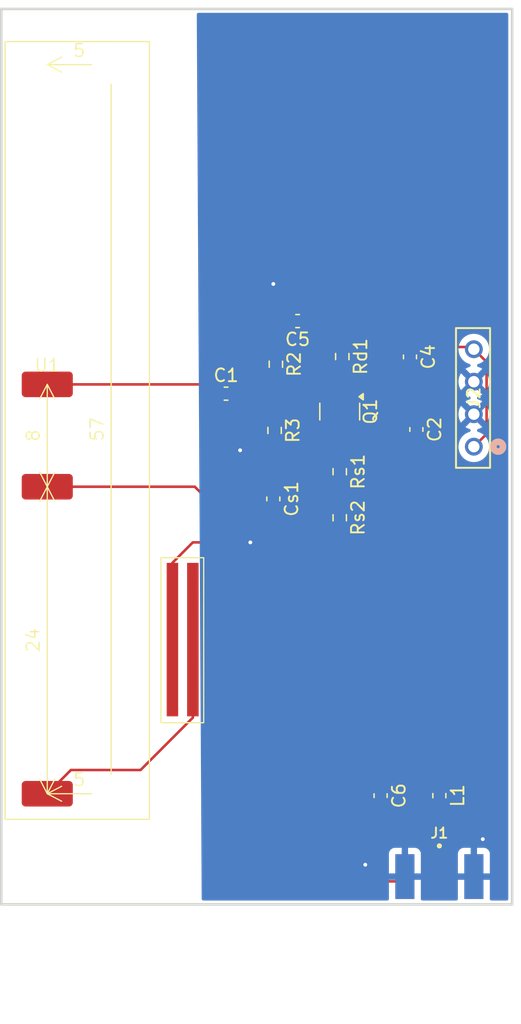
<source format=kicad_pcb>
(kicad_pcb (version 20241229) (generator "pcbnew") (generator_version "9.0")
  (layers (0 "F.Cu" signal) (2 "B.Cu" signal) (13 "F.Paste" user) (15 "B.Paste" user) (5 "F.SilkS" user "F.Silkscreen") (7 "B.SilkS" user "B.Silkscreen") (1 "F.Mask" user) (3 "B.Mask" user) (25 "Edge.Cuts" user))
  (net 0 "")
  (net 1 "/LNA/Sigin")
  (net 2 "Net-(Q1-S)")
  (net 3 "/LNA/Sigout")
  (net 4 "/LNA_in")
  (net 5 "Net-(Cs1-Pad1)")
  (net 6 "GND")
  (net 7 "+5V")
  (net 8 "Net-(U1-Tune)")
  (net 9 "/ant_to_main")
  (net 10 "Net-(C2-Pad2)")
  (footprint "Capacitor_SMD:C_0603_1608Metric" (layer "F.Cu") (at 107.5 83.3 -90)
    (property "Reference" "C4" (at 0 -1.43 90) (layer "F.SilkS"))
    (property "Value" "10u")
    (fp_line (start -0.14058 0.51) (end 0.14058 0.51) (stroke (width 0.12)) (layer "F.SilkS"))
    (fp_line (start -0.14058 -0.51) (end 0.14058 -0.51) (stroke (width 0.12)) (layer "F.SilkS"))
    (pad "1" smd roundrect (at -0.775 0 270) (size 0.9 0.95) (layers "F.Cu" "F.Mask" "F.Paste") (net 7 "+5V"))
    (pad "2" smd roundrect (at 0.775 0 270) (size 0.9 0.95) (layers "F.Cu" "F.Mask" "F.Paste") (net 6 "GND"))
  )
  (footprint "Resistor_SMD:R_0603_1608Metric" (layer "F.Cu") (at 102.2 83.275 -90)
    (property "Reference" "Rd1" (at 0 -1.43 270) (layer "F.SilkS"))
    (property "Value" "499")
    (fp_line (start -0.237258 0.5225) (end 0.237258 0.5225) (stroke (width 0.12)) (layer "F.SilkS"))
    (fp_line (start -0.237258 -0.5225) (end 0.237258 -0.5225) (stroke (width 0.12)) (layer "F.SilkS"))
    (pad "1" smd roundrect (at -0.825 0 270) (size 0.8 0.95) (layers "F.Cu" "F.Mask" "F.Paste") (net 7 "+5V"))
    (pad "2" smd roundrect (at 0.825 0 270) (size 0.8 0.95) (layers "F.Cu" "F.Mask" "F.Paste") (net 3 "/LNA/Sigout"))
  )
  (footprint "Package_TO_SOT_SMD:SOT-23" (layer "F.Cu") (at 102 87.575 -90)
    (property "Reference" "Q1" (at 0 -2.4 90) (layer "F.SilkS"))
    (property "Value" "2SK3557")
    (fp_line (start 0 1.56) (end -0.65 1.56) (stroke (width 0.12)) (layer "F.SilkS"))
    (fp_line (start 0 1.56) (end 0.65 1.56) (stroke (width 0.12)) (layer "F.SilkS"))
    (fp_line (start 0 -1.56) (end -0.65 -1.56) (stroke (width 0.12)) (layer "F.SilkS"))
    (fp_line (start 0 -1.56) (end 0.65 -1.56) (stroke (width 0.12)) (layer "F.SilkS"))
    (fp_poly (pts (xy -1.1625 -1.51) (xy -1.4025 -1.84) (xy -0.9225 -1.84)) (stroke (width 0.12)) (fill yes) (layer "F.SilkS"))
    (pad "1" smd roundrect (at -0.9375 -0.95 270) (size 1.475 0.6) (layers "F.Cu" "F.Mask" "F.Paste") (net 3 "/LNA/Sigout"))
    (pad "2" smd roundrect (at -0.9375 0.95 270) (size 1.475 0.6) (layers "F.Cu" "F.Mask" "F.Paste") (net 1 "/LNA/Sigin"))
    (pad "3" smd roundrect (at 0.9375 0 270) (size 1.475 0.6) (layers "F.Cu" "F.Mask" "F.Paste") (net 2 "Net-(Q1-S)"))
  )
  (footprint "Capacitor_SMD:C_0603_1608Metric" (layer "F.Cu") (at 98.7 80.5 180)
    (property "Reference" "C5" (at 0 -1.43 0) (layer "F.SilkS"))
    (property "Value" "100n")
    (fp_line (start -0.14058 0.51) (end 0.14058 0.51) (stroke (width 0.12)) (layer "F.SilkS"))
    (fp_line (start -0.14058 -0.51) (end 0.14058 -0.51) (stroke (width 0.12)) (layer "F.SilkS"))
    (pad "1" smd roundrect (at -0.775 0 180) (size 0.9 0.95) (layers "F.Cu" "F.Mask" "F.Paste") (net 7 "+5V"))
    (pad "2" smd roundrect (at 0.775 0 180) (size 0.9 0.95) (layers "F.Cu" "F.Mask" "F.Paste") (net 6 "GND"))
  )
  (footprint "SMA_fp:RFSOLUTIONS_CON-SMA-EDGE-S" (layer "F.Cu") (at 109.8 123.9275 90)
    (property "Reference" "J1" (at 3.4 0 180) (layer "F.SilkS") (effects (font (size 0.8 0.8))))
    (property "Value" "CON-SMA-EDGE-S" (hide yes))
    (fp_circle (center 2.4 0) (end 2.5 0) (stroke (width 0.2)) (fill no) (layer "F.SilkS"))
    (pad "1" smd rect (at 0 0 90) (size 3.5 1.5) (layers "F.Cu" "F.Mask" "F.Paste") (net 9 "/ant_to_main"))
    (pad "G1" smd rect (at 0 -2.7 90) (size 3.5 1.5) (layers "F.Cu" "F.Mask" "F.Paste") (net 6 "GND"))
    (pad "G2" smd rect (at 0 2.7 90) (size 3.5 1.5) (layers "F.Cu" "F.Mask" "F.Paste") (net 6 "GND"))
    (pad "G3" smd rect (at 0 -2.7 90) (size 3.5 1.5) (layers "B.Cu" "B.Mask" "B.Paste") (net 6 "GND"))
    (pad "G4" smd rect (at 0 2.7 90) (size 3.5 1.5) (layers "B.Cu" "B.Mask" "B.Paste") (net 6 "GND"))
  )
  (footprint "Resistor_SMD:R_0603_1608Metric" (layer "F.Cu") (at 97 83.875 -90)
    (property "Reference" "R2" (at 0 -1.43 270) (layer "F.SilkS"))
    (property "Value" "8.87k")
    (fp_line (start -0.237258 0.5225) (end 0.237258 0.5225) (stroke (width 0.12)) (layer "F.SilkS"))
    (fp_line (start -0.237258 -0.5225) (end 0.237258 -0.5225) (stroke (width 0.12)) (layer "F.SilkS"))
    (pad "1" smd roundrect (at -0.825 0 270) (size 0.8 0.95) (layers "F.Cu" "F.Mask" "F.Paste") (net 7 "+5V"))
    (pad "2" smd roundrect (at 0.825 0 270) (size 0.8 0.95) (layers "F.Cu" "F.Mask" "F.Paste") (net 1 "/LNA/Sigin"))
  )
  (footprint "Inductor_SMD:L_0603_1608Metric" (layer "F.Cu") (at 109.8 117.6 -90)
    (property "Reference" "L1" (at 0 -1.43 90) (layer "F.SilkS"))
    (property "Value" "33 u")
    (fp_line (start -0.162779 0.51) (end 0.162779 0.51) (stroke (width 0.12)) (layer "F.SilkS"))
    (fp_line (start -0.162779 -0.51) (end 0.162779 -0.51) (stroke (width 0.12)) (layer "F.SilkS"))
    (pad "1" smd roundrect (at -0.7875 0 270) (size 0.875 0.95) (layers "F.Cu" "F.Mask" "F.Paste") (net 10 "Net-(C2-Pad2)"))
    (pad "2" smd roundrect (at 0.7875 0 270) (size 0.875 0.95) (layers "F.Cu" "F.Mask" "F.Paste") (net 9 "/ant_to_main"))
  )
  (footprint "Capacitor_SMD:C_0603_1608Metric" (layer "F.Cu") (at 96.8 94.4 -90)
    (property "Reference" "Cs1" (at 0 -1.43 270) (layer "F.SilkS"))
    (property "Value" "100n")
    (fp_line (start -0.14058 0.51) (end 0.14058 0.51) (stroke (width 0.12)) (layer "F.SilkS"))
    (fp_line (start -0.14058 -0.51) (end 0.14058 -0.51) (stroke (width 0.12)) (layer "F.SilkS"))
    (pad "1" smd roundrect (at -0.775 0 270) (size 0.9 0.95) (layers "F.Cu" "F.Mask" "F.Paste") (net 5 "Net-(Cs1-Pad1)"))
    (pad "2" smd roundrect (at 0.775 0 270) (size 0.9 0.95) (layers "F.Cu" "F.Mask" "F.Paste") (net 6 "GND"))
  )
  (footprint "Resistor_SMD:R_0603_1608Metric" (layer "F.Cu") (at 102 95.875 -90)
    (property "Reference" "Rs2" (at 0 -1.43 270) (layer "F.SilkS"))
    (property "Value" "124")
    (fp_line (start -0.237258 0.5225) (end 0.237258 0.5225) (stroke (width 0.12)) (layer "F.SilkS"))
    (fp_line (start -0.237258 -0.5225) (end 0.237258 -0.5225) (stroke (width 0.12)) (layer "F.SilkS"))
    (pad "1" smd roundrect (at -0.825 0 270) (size 0.8 0.95) (layers "F.Cu" "F.Mask" "F.Paste") (net 5 "Net-(Cs1-Pad1)"))
    (pad "2" smd roundrect (at 0.825 0 270) (size 0.8 0.95) (layers "F.Cu" "F.Mask" "F.Paste") (net 6 "GND"))
  )
  (footprint "custom:Tuning_Cap" (layer "F.Cu") (at 88.9 105.4 90)
    (property "Reference" "C3" (hide yes))
    (property "Value" "C")
    (fp_rect (start -6.5 -0.9) (end 6.4 2.45) (stroke (width 0.1)) (fill no) (layer "F.SilkS"))
    (pad "1" smd roundrect (at 0 0 90) (size 12 0.9) (layers "F.Cu" "F.Mask" "F.Paste") (roundrect_rratio 0.03125) (net 6 "GND"))
    (pad "2" smd roundrect (at 0 1.6 90) (size 12 0.9) (layers "F.Cu" "F.Mask" "F.Paste") (roundrect_rratio 0.03125) (net 8 "Net-(U1-Tune)"))
  )
  (footprint "Resistor_SMD:R_0603_1608Metric" (layer "F.Cu") (at 102 92.275 -90)
    (property "Reference" "Rs1" (at 0 -1.43 270) (layer "F.SilkS"))
    (property "Value" "124")
    (fp_line (start -0.237258 0.5225) (end 0.237258 0.5225) (stroke (width 0.12)) (layer "F.SilkS"))
    (fp_line (start -0.237258 -0.5225) (end 0.237258 -0.5225) (stroke (width 0.12)) (layer "F.SilkS"))
    (pad "1" smd roundrect (at -0.825 0 270) (size 0.8 0.95) (layers "F.Cu" "F.Mask" "F.Paste") (net 2 "Net-(Q1-S)"))
    (pad "2" smd roundrect (at 0.825 0 270) (size 0.8 0.95) (layers "F.Cu" "F.Mask" "F.Paste") (net 5 "Net-(Cs1-Pad1)"))
  )
  (footprint "Capacitor_SMD:C_0603_1608Metric" (layer "F.Cu") (at 93.1 86.175)
    (property "Reference" "C1" (at 0 -1.43 0) (layer "F.SilkS"))
    (property "Value" "100n")
    (fp_line (start -0.14058 -0.51) (end 0.14058 -0.51) (stroke (width 0.12)) (layer "F.SilkS"))
    (fp_line (start -0.14058 0.51) (end 0.14058 0.51) (stroke (width 0.12)) (layer "F.SilkS"))
    (pad "1" smd roundrect (at -0.775 0) (size 0.9 0.95) (layers "F.Cu" "F.Mask" "F.Paste") (net 4 "/LNA_in"))
    (pad "2" smd roundrect (at 0.775 0) (size 0.9 0.95) (layers "F.Cu" "F.Mask" "F.Paste") (net 1 "/LNA/Sigin"))
  )
  (footprint "Capacitor_SMD:C_0603_1608Metric" (layer "F.Cu") (at 108 88.975 -90)
    (property "Reference" "C2" (at 0 -1.43 90) (layer "F.SilkS"))
    (property "Value" ".012u")
    (fp_line (start -0.14058 0.51) (end 0.14058 0.51) (stroke (width 0.12)) (layer "F.SilkS"))
    (fp_line (start -0.14058 -0.51) (end 0.14058 -0.51) (stroke (width 0.12)) (layer "F.SilkS"))
    (pad "1" smd roundrect (at -0.775 0 270) (size 0.9 0.95) (layers "F.Cu" "F.Mask" "F.Paste") (net 3 "/LNA/Sigout"))
    (pad "2" smd roundrect (at 0.775 0 270) (size 0.9 0.95) (layers "F.Cu" "F.Mask" "F.Paste") (net 10 "Net-(C2-Pad2)"))
  )
  (footprint "Resistor_SMD:R_0603_1608Metric" (layer "F.Cu") (at 96.9 89.05 -90)
    (property "Reference" "R3" (at 0 -1.43 270) (layer "F.SilkS"))
    (property "Value" "1.21k")
    (fp_line (start -0.237258 0.5225) (end 0.237258 0.5225) (stroke (width 0.12)) (layer "F.SilkS"))
    (fp_line (start -0.237258 -0.5225) (end 0.237258 -0.5225) (stroke (width 0.12)) (layer "F.SilkS"))
    (pad "1" smd roundrect (at -0.825 0 270) (size 0.8 0.95) (layers "F.Cu" "F.Mask" "F.Paste") (net 1 "/LNA/Sigin"))
    (pad "2" smd roundrect (at 0.825 0 270) (size 0.8 0.95) (layers "F.Cu" "F.Mask" "F.Paste") (net 6 "GND"))
  )
  (footprint "custom:Antenna" (layer "F.Cu") (at 79.1 84.95)
    (property "Reference" "U1" (at 0 -1 0) (layer "F.SilkS") (effects (font (thickness 0.1))))
    (property "Value" "~")
    (fp_rect (start -3.3 -26.3) (end 8 34.5) (stroke (width 0.1)) (fill no) (layer "F.SilkS"))
    (dimension (type orthogonal) (layer "F.SilkS") (pts (xy 79.1 60.45) (xy 84.1 60.45)) (height 0) (orientation 0) (format (prefix "") (suffix "") (units 3) (units_format 0) (precision 4) (suppress_zeroes yes)) (style (thickness 0.1) (arrow_length 1.27) (text_position_mode 0) (arrow_direction outward) (extension_height 0.58642) (extension_offset 0.5) (keep_text_aligned yes)) (gr_text "5" (at 81.6 59.35 0) (layer "F.SilkS") (effects (font (size 1 1) (thickness 0.1)))))
    (dimension (type orthogonal) (layer "F.SilkS") (pts (xy 84.1 60.45) (xy 84.1 117.45)) (height 0) (orientation 1) (format (prefix "") (suffix "") (units 3) (units_format 0) (precision 4) (suppress_zeroes yes)) (style (thickness 0.1) (arrow_length 1.27) (text_position_mode 0) (arrow_direction outward) (extension_height 0.58642) (extension_offset 0.5) (keep_text_aligned yes)) (gr_text "57" (at 83 88.95 90) (layer "F.SilkS") (effects (font (size 1 1) (thickness 0.1)))))
    (dimension (type orthogonal) (layer "F.SilkS") (pts (xy 79.1 93.45) (xy 79.1 117.45)) (height 0) (orientation 1) (format (prefix "") (suffix "") (units 3) (units_format 0) (precision 4) (suppress_zeroes yes)) (style (thickness 0.1) (arrow_length 1.27) (text_position_mode 0) (arrow_direction outward) (extension_height 0.58642) (extension_offset 0.5) (keep_text_aligned yes)) (gr_text "24" (at 78 105.45 90) (layer "F.SilkS") (effects (font (size 1 1) (thickness 0.1)))))
    (dimension (type orthogonal) (layer "F.SilkS") (pts (xy 79.1 117.45) (xy 84.1 117.45)) (height 0) (orientation 0) (format (prefix "") (suffix "") (units 3) (units_format 0) (precision 4) (suppress_zeroes yes)) (style (thickness 0.1) (arrow_length 1.27) (text_position_mode 0) (arrow_direction outward) (extension_height 0.58642) (extension_offset 0.5) (keep_text_aligned yes)) (gr_text "5" (at 81.6 116.35 0) (layer "F.SilkS") (effects (font (size 1 1) (thickness 0.1)))))
    (dimension (type orthogonal) (layer "F.SilkS") (pts (xy 79.1 85.45) (xy 79.1 93.45)) (height 0) (orientation 1) (format (prefix "") (suffix "") (units 3) (units_format 0) (precision 4) (suppress_zeroes yes)) (style (thickness 0.1) (arrow_length 1.27) (text_position_mode 0) (arrow_direction outward) (extension_height 0.58642) (extension_offset 0.5) (keep_text_aligned yes)) (gr_text "8" (at 78 89.45 90) (layer "F.SilkS") (effects (font (size 1 1) (thickness 0.1)))))
    (pad "" np_thru_hole circle (at 5 -24.5) (size 3 3) (drill 3) (layers "*.Cu" "*.Mask"))
    (pad "" np_thru_hole circle (at 5 32.5) (size 3 3) (drill 3) (layers "*.Cu" "*.Mask"))
    (pad "1" smd roundrect (at 0 0.5) (size 4 2) (layers "F.Cu" "F.Mask" "F.Paste") (roundrect_rratio 0.15) (net 4 "/LNA_in"))
    (pad "2" smd roundrect (at 0 8.5) (size 4 2) (layers "F.Cu" "F.Mask" "F.Paste") (roundrect_rratio 0.15) (net 6 "GND"))
    (pad "3" smd roundrect (at 0 32.5) (size 4 2) (layers "F.Cu" "F.Mask" "F.Paste") (roundrect_rratio 0.15) (net 8 "Net-(U1-Tune)"))
  )
  (footprint "pin_header_fp:CON4_1X4_TU_TSW" (layer "F.Cu") (at 112.5 86.51 90)
    (property "Reference" "J2" (at 0 0 90) (layer "F.SilkS"))
    (property "Value" "TSW-104-14-F-S")
    (fp_line (start 5.461 -1.397) (end -5.461 -1.397) (stroke (width 0.1524)) (layer "F.SilkS"))
    (fp_line (start -5.461 -1.397) (end -5.461 1.27) (stroke (width 0.1524)) (layer "F.SilkS"))
    (fp_line (start 5.461 1.27) (end 5.461 -1.397) (stroke (width 0.1524)) (layer "F.SilkS"))
    (fp_line (start -5.461 1.27) (end 5.461 1.27) (stroke (width 0.1524)) (layer "F.SilkS"))
    (fp_circle (center -3.81 1.905) (end -3.429 1.905) (stroke (width 0.508)) (fill no) (layer "F.SilkS"))
    (fp_circle (center -3.81 1.905) (end -3.429 1.905) (stroke (width 0.508)) (fill no) (layer "B.SilkS"))
    (pad "1" thru_hole circle (at -3.81 0 180) (size 1.397 1.397) (drill 0.889) (layers "*.Cu" "*.Mask") (net 7 "+5V"))
    (pad "2" thru_hole circle (at -1.27 0 180) (size 1.397 1.397) (drill 0.889) (layers "*.Cu" "*.Mask") (net 6 "GND"))
    (pad "3" thru_hole circle (at 1.27 0 180) (size 1.397 1.397) (drill 0.889) (layers "*.Cu" "*.Mask") (net 6 "GND"))
    (pad "4" thru_hole circle (at 3.81 0 180) (size 1.397 1.397) (drill 0.889) (layers "*.Cu" "*.Mask") (net 7 "+5V"))
  )
  (footprint "Capacitor_SMD:C_0603_1608Metric" (layer "F.Cu") (at 105.2 117.6 -90)
    (property "Reference" "C6" (at 0 -1.43 90) (layer "F.SilkS"))
    (property "Value" "2.7 n")
    (fp_line (start -0.14058 0.51) (end 0.14058 0.51) (stroke (width 0.12)) (layer "F.SilkS"))
    (fp_line (start -0.14058 -0.51) (end 0.14058 -0.51) (stroke (width 0.12)) (layer "F.SilkS"))
    (pad "1" smd roundrect (at -0.775 0 270) (size 0.9 0.95) (layers "F.Cu" "F.Mask" "F.Paste") (net 10 "Net-(C2-Pad2)"))
    (pad "2" smd roundrect (at 0.775 0 270) (size 0.9 0.95) (layers "F.Cu" "F.Mask" "F.Paste") (net 6 "GND"))
  )
  (gr_rect (start 75.5 56.1) (end 115.5 126.1) (stroke (width 0.2)) (fill no) (layer "Edge.Cuts"))
  (segment (start 93.875 86.175) (end 95.4 86.175) (width 0.2) (layer "F.Cu") (net 1))
  (segment (start 95.525 86.175) (end 97 84.7) (width 0.2) (layer "F.Cu") (net 1))
  (segment (start 96.9 88.225) (end 96.9 87.675) (width 0.2) (layer "F.Cu") (net 1))
  (segment (start 99.4625 88.225) (end 101.05 86.6375) (width 0.2) (layer "F.Cu") (net 1))
  (segment (start 96.9 88.225) (end 99.4625 88.225) (width 0.2) (layer "F.Cu") (net 1))
  (segment (start 96.9 87.675) (end 95.4 86.175) (width 0.2) (layer "F.Cu") (net 1))
  (segment (start 95.4 86.175) (end 95.525 86.175) (width 0.2) (layer "F.Cu") (net 1))
  (segment (start 102 91.45) (end 102 88.5125) (width 0.2) (layer "F.Cu") (net 2))
  (segment (start 102.2 85.8875) (end 102.95 86.6375) (width 0.2) (layer "F.Cu") (net 3))
  (segment (start 102.2 84.1) (end 102.2 85.8875) (width 0.2) (layer "F.Cu") (net 3))
  (segment (start 104.5125 88.2) (end 108 88.2) (width 0.2) (layer "F.Cu") (net 3))
  (segment (start 102.95 86.6375) (end 104.5125 88.2) (width 0.2) (layer "F.Cu") (net 3))
  (segment (start 91.6 85.45) (end 92.325 86.175) (width 0.2) (layer "F.Cu") (net 4))
  (segment (start 79.1 85.45) (end 91.6 85.45) (width 0.2) (layer "F.Cu") (net 4))
  (segment (start 102 93.1) (end 102 95.05) (width 0.2) (layer "F.Cu") (net 5))
  (segment (start 101.475 93.625) (end 102 93.1) (width 0.2) (layer "F.Cu") (net 5))
  (segment (start 96.8 93.625) (end 101.475 93.625) (width 0.2) (layer "F.Cu") (net 5))
  (segment (start 79.1 93.45) (end 90.65 93.45) (width 0.2) (layer "F.Cu") (net 6))
  (segment (start 112.6 121.6) (end 113.2 121) (width 0.2) (layer "F.Cu") (net 6))
  (segment (start 96.8 95.175) (end 94.2 92.575) (width 0.2) (layer "F.Cu") (net 6))
  (segment (start 90.500001 97.8) (end 95 97.8) (width 0.2) (layer "F.Cu") (net 6))
  (segment (start 88.9 105.4) (end 88.9 99.400001) (width 0.2) (layer "F.Cu") (net 6))
  (segment (start 111.335 84.075) (end 112.5 85.24) (width 0.2) (layer "F.Cu") (net 6))
  (segment (start 97.925 78.725) (end 96.8 77.6) (width 0.2) (layer "F.Cu") (net 6))
  (segment (start 107.2 124.3) (end 105.3 124.3) (width 0.2) (layer "F.Cu") (net 6))
  (segment (start 100.475 95.175) (end 102 96.7) (width 0.2) (layer "F.Cu") (net 6))
  (segment (start 88.9 99.400001) (end 90.500001 97.8) (width 0.2) (layer "F.Cu") (net 6))
  (segment (start 105.2 121.8) (end 104 123) (width 0.2) (layer "F.Cu") (net 6))
  (segment (start 105.2 118.375) (end 105.2 121.8) (width 0.2) (layer "F.Cu") (net 6))
  (segment (start 112.6 124.3) (end 112.6 121.6) (width 0.2) (layer "F.Cu") (net 6))
  (segment (start 105.3 124.3) (end 104 123) (width 0.2) (layer "F.Cu") (net 6))
  (segment (start 107.5 84.075) (end 111.335 84.075) (width 0.2) (layer "F.Cu") (net 6))
  (segment (start 94.2 92.575) (end 94.2 90.6) (width 0.2) (layer "F.Cu") (net 6))
  (segment (start 96.8 95.175) (end 100.475 95.175) (width 0.2) (layer "F.Cu") (net 6))
  (segment (start 96.9 89.875) (end 94.925 89.875) (width 0.2) (layer "F.Cu") (net 6))
  (segment (start 97.925 80.5) (end 97.925 78.725) (width 0.2) (layer "F.Cu") (net 6))
  (segment (start 94.925 89.875) (end 94.2 90.6) (width 0.2) (layer "F.Cu") (net 6))
  (segment (start 90.65 93.45) (end 95 97.8) (width 0.2) (layer "F.Cu") (net 6))
  (via (at 96.8 77.6) (size 0.6) (drill 0.3) (layers "F.Cu" "B.Cu") (net 6))
  (via (at 113.2 121) (size 0.6) (drill 0.3) (layers "F.Cu" "B.Cu") (net 6))
  (via (at 95 97.8) (size 0.6) (drill 0.3) (layers "F.Cu" "B.Cu") (net 6))
  (via (at 104 123) (size 0.6) (drill 0.3) (layers "F.Cu" "B.Cu") (net 6))
  (via (at 94.2 90.6) (size 0.6) (drill 0.3) (layers "F.Cu" "B.Cu") (net 6))
  (segment (start 113.4995 89.3205) (end 113.4995 83.6995) (width 0.2) (layer "F.Cu") (net 7))
  (segment (start 112.5 90.32) (end 113.4995 89.3205) (width 0.2) (layer "F.Cu") (net 7))
  (segment (start 97 82.975) (end 99.475 80.5) (width 0.2) (layer "F.Cu") (net 7))
  (segment (start 100.25 80.5) (end 102.2 82.45) (width 0.2) (layer "F.Cu") (net 7))
  (segment (start 97 83.05) (end 97 82.975) (width 0.2) (layer "F.Cu") (net 7))
  (segment (start 107.5 82.525) (end 112.325 82.525) (width 0.2) (layer "F.Cu") (net 7))
  (segment (start 113.4995 83.6995) (end 112.5 82.7) (width 0.2) (layer "F.Cu") (net 7))
  (segment (start 107.425 82.45) (end 107.5 82.525) (width 0.2) (layer "F.Cu") (net 7))
  (segment (start 99.475 80.5) (end 100.25 80.5) (width 0.2) (layer "F.Cu") (net 7))
  (segment (start 112.325 82.525) (end 112.5 82.7) (width 0.2) (layer "F.Cu") (net 7))
  (segment (start 102.2 82.45) (end 107.425 82.45) (width 0.2) (layer "F.Cu") (net 7))
  (segment (start 90.5 111.5) (end 90.5 105.4) (width 0.2) (layer "F.Cu") (net 8))
  (segment (start 80.955 115.595) (end 86.405 115.595) (width 0.2) (layer "F.Cu") (net 8))
  (segment (start 79.1 117.45) (end 80.955 115.595) (width 0.2) (layer "F.Cu") (net 8))
  (segment (start 86.405 115.595) (end 90.5 111.5) (width 0.2) (layer "F.Cu") (net 8))
  (segment (start 109.9 124.3) (end 109.9 118.675) (width 0.2032) (layer "F.Cu") (net 9))
  (segment (start 109.7875 116.825) (end 109.8 116.8125) (width 0.2) (layer "F.Cu") (net 10))
  (segment (start 109.8 116.8125) (end 109.8 93) (width 0.2) (layer "F.Cu") (net 10))
  (segment (start 108 91.2) (end 108 89.75) (width 0.2) (layer "F.Cu") (net 10))
  (segment (start 109.8 93) (end 108 91.2) (width 0.2) (layer "F.Cu") (net 10))
  (segment (start 105.2 116.825) (end 109.7875 116.825) (width 0.2) (layer "F.Cu") (net 10))
  (zone (net 6) (net_name "GND") (layer "B.Cu") (connect_pads (clearance 0.5)) (min_thickness 0.25) (fill yes (thermal_gap 0.5) (thermal_bridge_width 0.5))
    (polygon (pts (xy 90.8 55.4) (xy 91.2 127.2) (xy 116.2 126.6) (xy 116 55.4)))
  )
)
</source>
